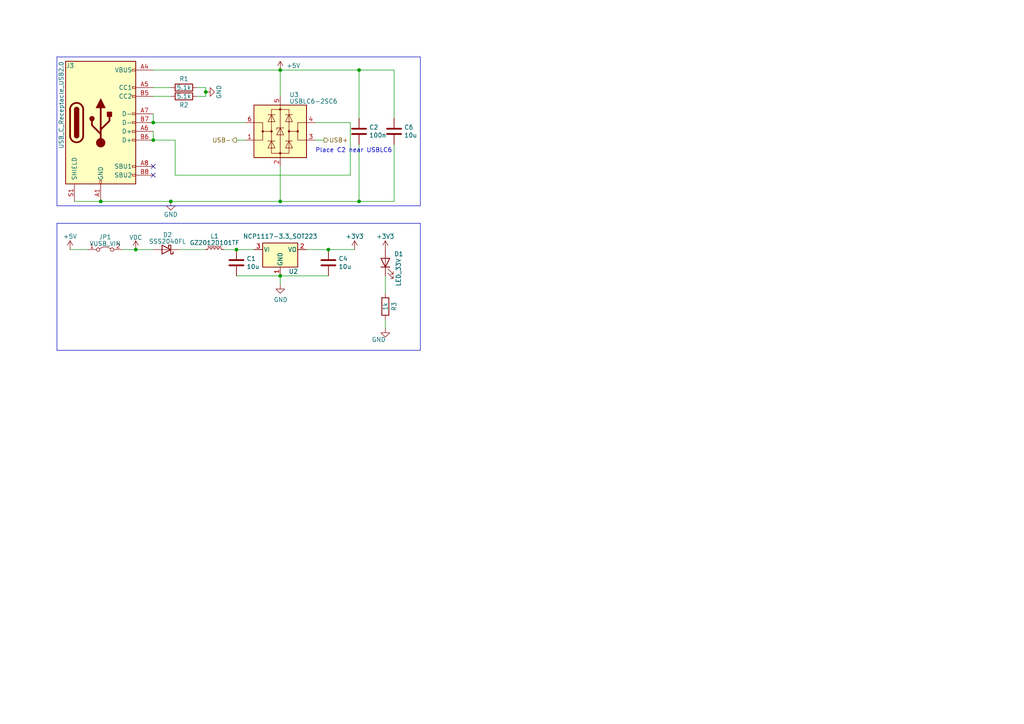
<source format=kicad_sch>
(kicad_sch (version 20230121) (generator eeschema)
  (paper "A4")
  (lib_symbols
    (symbol "Device:C" (pin_numbers hide) (pin_names (offset 0.254))
      (property "Reference" "C" (at 0.635 2.54 0))
      (property "Value" "C" (at 0.635 -2.54 0))
      (symbol "C_0_1"
        (polyline (pts (xy -2.032 -0.762) (xy 2.032 -0.762)) (stroke (width 0.508)))
        (polyline (pts (xy -2.032 0.762) (xy 2.032 0.762)) (stroke (width 0.508)))
      )
      (symbol "C_1_1"
        (pin passive line (at 0 3.81 270) (length 2.794) (name "~") (number "1"))
        (pin passive line (at 0 -3.81 90) (length 2.794) (name "~") (number "2"))
      )
    )
    (symbol "Device:D_Schottky" (pin_numbers hide) (pin_names (offset 1.016) hide)
      (property "Reference" "D" (at 0 2.54 0))
      (property "Value" "D_Schottky" (at 0 -2.54 0))
      (symbol "D_Schottky_0_1"
        (polyline (pts (xy 1.27 0) (xy -1.27 0)))
        (polyline (pts (xy 1.27 1.27) (xy 1.27 -1.27) (xy -1.27 0) (xy 1.27 1.27)) (stroke (width 0.254)))
        (polyline (pts (xy -1.905 0.635) (xy -1.905 1.27) (xy -1.27 1.27) (xy -1.27 -1.27) (xy -0.635 -1.27) (xy -0.635 -0.635)) (stroke (width 0.254)))
      )
      (symbol "D_Schottky_1_1"
        (pin passive line (at -3.81 0 0) (length 2.54) (name "K") (number "1"))
        (pin passive line (at 3.81 0 180) (length 2.54) (name "A") (number "2"))
      )
    )
    (symbol "Device:LED" (pin_numbers hide) (pin_names (offset 1.016) hide)
      (property "Reference" "D" (at 0 2.54 0))
      (property "Value" "LED" (at 0 -2.54 0))
      (symbol "LED_0_1"
        (polyline (pts (xy -1.27 -1.27) (xy -1.27 1.27)) (stroke (width 0.254)))
        (polyline (pts (xy -1.27 0) (xy 1.27 0)))
        (polyline (pts (xy 1.27 -1.27) (xy 1.27 1.27) (xy -1.27 0) (xy 1.27 -1.27)) (stroke (width 0.254)))
        (polyline (pts (xy -3.048 -0.762) (xy -4.572 -2.286) (xy -3.81 -2.286) (xy -4.572 -2.286) (xy -4.572 -1.524)))
        (polyline (pts (xy -1.778 -0.762) (xy -3.302 -2.286) (xy -2.54 -2.286) (xy -3.302 -2.286) (xy -3.302 -1.524)))
      )
      (symbol "LED_1_1"
        (pin passive line (at -3.81 0 0) (length 2.54) (name "K") (number "1"))
        (pin passive line (at 3.81 0 180) (length 2.54) (name "A") (number "2"))
      )
    )
    (symbol "Device:L_Ferrite_Small" (pin_numbers hide) (pin_names (offset 0.254) hide)
      (property "Reference" "L" (at 1.27 1.016 0))
      (property "Value" "L_Ferrite_Small" (at 1.27 -1.27 0))
      (symbol "L_Ferrite_Small_0_1"
        (arc (start 0 -2.032) (mid 0.5058 -1.524) (end 0 -1.016))
        (arc (start 0 -1.016) (mid 0.5058 -0.508) (end 0 0))
        (polyline (pts (xy 0.762 -1.905) (xy 0.762 -1.651)))
        (polyline (pts (xy 0.762 -1.397) (xy 0.762 -1.143)))
        (polyline (pts (xy 0.762 -0.889) (xy 0.762 -0.635)))
        (polyline (pts (xy 0.762 -0.381) (xy 0.762 -0.127)))
        (polyline (pts (xy 0.762 0.127) (xy 0.762 0.381)))
        (polyline (pts (xy 0.762 0.635) (xy 0.762 0.889)))
        (polyline (pts (xy 0.762 1.143) (xy 0.762 1.397)))
        (polyline (pts (xy 0.762 1.651) (xy 0.762 1.905)))
        (polyline (pts (xy 1.016 -1.651) (xy 1.016 -1.905)))
        (polyline (pts (xy 1.016 -1.143) (xy 1.016 -1.397)))
        (polyline (pts (xy 1.016 -0.635) (xy 1.016 -0.889)))
        (polyline (pts (xy 1.016 -0.127) (xy 1.016 -0.381)))
        (polyline (pts (xy 1.016 0.381) (xy 1.016 0.127)))
        (polyline (pts (xy 1.016 0.889) (xy 1.016 0.635)))
        (polyline (pts (xy 1.016 1.397) (xy 1.016 1.143)))
        (polyline (pts (xy 1.016 1.905) (xy 1.016 1.651)))
        (arc (start 0 0) (mid 0.5058 0.508) (end 0 1.016))
        (arc (start 0 1.016) (mid 0.5058 1.524) (end 0 2.032))
      )
      (symbol "L_Ferrite_Small_1_1"
        (pin passive line (at 0 2.54 270) (length 0.508) (name "~") (number "1"))
        (pin passive line (at 0 -2.54 90) (length 0.508) (name "~") (number "2"))
      )
    )
    (symbol "Device:R" (pin_numbers hide) (pin_names (offset 0))
      (property "Reference" "R" (at 2.032 0 90))
      (property "Value" "R" (at 0 0 90))
      (symbol "R_0_1"
        (rectangle (start -1.016 -2.54) (end 1.016 2.54) (stroke (width 0.254)))
      )
      (symbol "R_1_1"
        (pin passive line (at 0 3.81 270) (length 1.27) (name "~") (number "1"))
        (pin passive line (at 0 -3.81 90) (length 1.27) (name "~") (number "2"))
      )
    )
    (symbol "IO_Board_V1-rescue:USB_C_Receptacle_USB2.0-Connector" (pin_names (offset 1.016))
      (property "Reference" "J" (at -10.16 19.05 0))
      (property "Value" "USB_C_Receptacle_USB2.0-Connector" (at 19.05 19.05 0))
      (symbol "USB_C_Receptacle_USB2.0-Connector_0_0"
        (rectangle (start -0.254 -17.78) (end 0.254 -16.764))
        (rectangle (start 10.16 -14.986) (end 9.144 -15.494))
        (rectangle (start 10.16 -12.446) (end 9.144 -12.954))
        (rectangle (start 10.16 -4.826) (end 9.144 -5.334))
        (rectangle (start 10.16 -2.286) (end 9.144 -2.794))
        (rectangle (start 10.16 0.254) (end 9.144 -0.254))
        (rectangle (start 10.16 2.794) (end 9.144 2.286))
        (rectangle (start 10.16 7.874) (end 9.144 7.366))
        (rectangle (start 10.16 10.414) (end 9.144 9.906))
        (rectangle (start 10.16 15.494) (end 9.144 14.986))
      )
      (symbol "USB_C_Receptacle_USB2.0-Connector_0_1"
        (rectangle (start -10.16 17.78) (end 10.16 -17.78) (stroke (width 0.254)) (fill (type background)))
        (arc (start -8.89 -3.81) (mid -6.985 -5.7067) (end -5.08 -3.81) (stroke (width 0.508)))
        (arc (start -7.62 -3.81) (mid -6.985 -4.4423) (end -6.35 -3.81) (stroke (width 0.254)))
        (arc (start -7.62 -3.81) (mid -6.985 -4.4423) (end -6.35 -3.81) (stroke (width 0.254)) (fill (type outline)))
        (rectangle (start -7.62 -3.81) (end -6.35 3.81) (stroke (width 0.254)) (fill (type outline)))
        (arc (start -6.35 3.81) (mid -6.985 4.4423) (end -7.62 3.81) (stroke (width 0.254)))
        (arc (start -6.35 3.81) (mid -6.985 4.4423) (end -7.62 3.81) (stroke (width 0.254)) (fill (type outline)))
        (arc (start -5.08 3.81) (mid -6.985 5.7067) (end -8.89 3.81) (stroke (width 0.508)))
        (circle (center -2.54 1.143) (radius 0.635) (stroke (width 0.254)) (fill (type outline)))
        (circle (center 0 -5.842) (radius 1.27) (fill (type outline)))
        (polyline (pts (xy -8.89 -3.81) (xy -8.89 3.81)) (stroke (width 0.508)))
        (polyline (pts (xy -5.08 3.81) (xy -5.08 -3.81)) (stroke (width 0.508)))
        (polyline (pts (xy 0 -5.842) (xy 0 4.318)) (stroke (width 0.508)))
        (polyline (pts (xy 0 -3.302) (xy -2.54 -0.762) (xy -2.54 0.508)) (stroke (width 0.508)))
        (polyline (pts (xy 0 -2.032) (xy 2.54 0.508) (xy 2.54 1.778)) (stroke (width 0.508)))
        (polyline (pts (xy -1.27 4.318) (xy 0 6.858) (xy 1.27 4.318) (xy -1.27 4.318)) (stroke (width 0.254)) (fill (type outline)))
        (rectangle (start 1.905 1.778) (end 3.175 3.048) (stroke (width 0.254)) (fill (type outline)))
      )
      (symbol "USB_C_Receptacle_USB2.0-Connector_1_1"
        (pin passive line (at 0 -22.86 90) (length 5.08) (name "GND") (number "A1"))
        (pin passive line (at 0 -22.86 90) (length 5.08) hide (name "GND") (number "A12"))
        (pin passive line (at 15.24 15.24 180) (length 5.08) (name "VBUS") (number "A4"))
        (pin bidirectional line (at 15.24 10.16 180) (length 5.08) (name "CC1") (number "A5"))
        (pin bidirectional line (at 15.24 -2.54 180) (length 5.08) (name "D+") (number "A6"))
        (pin bidirectional line (at 15.24 2.54 180) (length 5.08) (name "D-") (number "A7"))
        (pin bidirectional line (at 15.24 -12.7 180) (length 5.08) (name "SBU1") (number "A8"))
        (pin passive line (at 15.24 15.24 180) (length 5.08) hide (name "VBUS") (number "A9"))
        (pin passive line (at 0 -22.86 90) (length 5.08) hide (name "GND") (number "B1"))
        (pin passive line (at 0 -22.86 90) (length 5.08) hide (name "GND") (number "B12"))
        (pin passive line (at 15.24 15.24 180) (length 5.08) hide (name "VBUS") (number "B4"))
        (pin bidirectional line (at 15.24 7.62 180) (length 5.08) (name "CC2") (number "B5"))
        (pin bidirectional line (at 15.24 -5.08 180) (length 5.08) (name "D+") (number "B6"))
        (pin bidirectional line (at 15.24 0 180) (length 5.08) (name "D-") (number "B7"))
        (pin bidirectional line (at 15.24 -15.24 180) (length 5.08) (name "SBU2") (number "B8"))
        (pin passive line (at 15.24 15.24 180) (length 5.08) hide (name "VBUS") (number "B9"))
        (pin passive line (at -7.62 -22.86 90) (length 5.08) (name "SHIELD") (number "S1"))
      )
    )
    (symbol "Jumper:Jumper_2_Bridged" (pin_names (offset 0) hide)
      (property "Reference" "JP" (at 0 1.905 0))
      (property "Value" "Jumper_2_Bridged" (at 0 -2.54 0))
      (symbol "Jumper_2_Bridged_0_0"
        (circle (center -2.032 0) (radius 0.508))
        (circle (center 2.032 0) (radius 0.508))
      )
      (symbol "Jumper_2_Bridged_0_1"
        (arc (start 1.524 0.254) (mid 0 0.762) (end -1.524 0.254))
      )
      (symbol "Jumper_2_Bridged_1_1"
        (pin passive line (at -5.08 0 0) (length 2.54) (name "A") (number "1"))
        (pin passive line (at 5.08 0 180) (length 2.54) (name "B") (number "2"))
      )
    )
    (symbol "Power_Protection:USBLC6-2SC6" (pin_names hide)
      (property "Reference" "U" (at 2.54 8.89 0))
      (property "Value" "USBLC6-2SC6" (at 2.54 -8.89 0))
      (symbol "USBLC6-2SC6_0_1"
        (rectangle (start -7.62 -7.62) (end 7.62 7.62) (stroke (width 0.254)) (fill (type background)))
        (circle (center -5.08 0) (radius 0.254) (fill (type outline)))
        (circle (center -2.54 0) (radius 0.254) (fill (type outline)))
        (rectangle (start -2.54 6.35) (end 2.54 -6.35))
        (circle (center 0 -6.35) (radius 0.254) (fill (type outline)))
        (polyline (pts (xy -5.08 -2.54) (xy -7.62 -2.54)))
        (polyline (pts (xy -5.08 0) (xy -5.08 -2.54)))
        (polyline (pts (xy -5.08 2.54) (xy -7.62 2.54)))
        (polyline (pts (xy -1.524 -2.794) (xy -3.556 -2.794)))
        (polyline (pts (xy -1.524 4.826) (xy -3.556 4.826)))
        (polyline (pts (xy 0 -7.62) (xy 0 -6.35)))
        (polyline (pts (xy 0 -6.35) (xy 0 1.27)))
        (polyline (pts (xy 0 1.27) (xy 0 6.35)))
        (polyline (pts (xy 0 6.35) (xy 0 7.62)))
        (polyline (pts (xy 1.524 -2.794) (xy 3.556 -2.794)))
        (polyline (pts (xy 1.524 4.826) (xy 3.556 4.826)))
        (polyline (pts (xy 5.08 -2.54) (xy 7.62 -2.54)))
        (polyline (pts (xy 5.08 0) (xy 5.08 -2.54)))
        (polyline (pts (xy 5.08 2.54) (xy 7.62 2.54)))
        (polyline (pts (xy -2.54 0) (xy -5.08 0) (xy -5.08 2.54)))
        (polyline (pts (xy 2.54 0) (xy 5.08 0) (xy 5.08 2.54)))
        (polyline (pts (xy -3.556 -4.826) (xy -1.524 -4.826) (xy -2.54 -2.794) (xy -3.556 -4.826)))
        (polyline (pts (xy -3.556 2.794) (xy -1.524 2.794) (xy -2.54 4.826) (xy -3.556 2.794)))
        (polyline (pts (xy -1.016 -1.016) (xy 1.016 -1.016) (xy 0 1.016) (xy -1.016 -1.016)))
        (polyline (pts (xy 1.016 1.016) (xy 0.762 1.016) (xy -1.016 1.016) (xy -1.016 0.508)))
        (polyline (pts (xy 3.556 -4.826) (xy 1.524 -4.826) (xy 2.54 -2.794) (xy 3.556 -4.826)))
        (polyline (pts (xy 3.556 2.794) (xy 1.524 2.794) (xy 2.54 4.826) (xy 3.556 2.794)))
        (circle (center 0 6.35) (radius 0.254) (fill (type outline)))
        (circle (center 2.54 0) (radius 0.254) (fill (type outline)))
        (circle (center 5.08 0) (radius 0.254) (fill (type outline)))
      )
      (symbol "USBLC6-2SC6_1_1"
        (pin passive line (at -10.16 -2.54 0) (length 2.54) (name "I/O1") (number "1"))
        (pin passive line (at 0 -10.16 90) (length 2.54) (name "GND") (number "2"))
        (pin passive line (at 10.16 -2.54 180) (length 2.54) (name "I/O2") (number "3"))
        (pin passive line (at 10.16 2.54 180) (length 2.54) (name "I/O2") (number "4"))
        (pin passive line (at 0 10.16 270) (length 2.54) (name "VBUS") (number "5"))
        (pin passive line (at -10.16 2.54 0) (length 2.54) (name "I/O1") (number "6"))
      )
    )
    (symbol "Regulator_Linear:NCP1117-3.3_SOT223" (pin_names (offset 0.254))
      (property "Reference" "U" (at -3.81 3.175 0))
      (property "Value" "NCP1117-3.3_SOT223" (at 0 3.175 0))
      (symbol "NCP1117-3.3_SOT223_0_1"
        (rectangle (start -5.08 -5.08) (end 5.08 1.905) (stroke (width 0.254)) (fill (type background)))
      )
      (symbol "NCP1117-3.3_SOT223_1_1"
        (pin power_in line (at 0 -7.62 90) (length 2.54) (name "GND") (number "1"))
        (pin power_out line (at 7.62 0 180) (length 2.54) (name "VO") (number "2"))
        (pin power_in line (at -7.62 0 0) (length 2.54) (name "VI") (number "3"))
      )
    )
    (symbol "power:+3.3V" (power) (pin_names (offset 0))
      (property "Value" "+3.3V" (at 0 3.556 0))
      (symbol "+3.3V_0_1"
        (polyline (pts (xy -0.762 1.27) (xy 0 2.54)))
        (polyline (pts (xy 0 0) (xy 0 2.54)))
        (polyline (pts (xy 0 2.54) (xy 0.762 1.27)))
      )
      (symbol "+3.3V_1_1"
        (pin power_in line (at 0 0 90) (length 0) hide (name "+3V3") (number "1"))
      )
    )
    (symbol "power:+5V" (power) (pin_names (offset 0))
      (property "Value" "+5V" (at 0 3.556 0))
      (symbol "+5V_0_1"
        (polyline (pts (xy -0.762 1.27) (xy 0 2.54)))
        (polyline (pts (xy 0 0) (xy 0 2.54)))
        (polyline (pts (xy 0 2.54) (xy 0.762 1.27)))
      )
      (symbol "+5V_1_1"
        (pin power_in line (at 0 0 90) (length 0) hide (name "+5V") (number "1"))
      )
    )
    (symbol "power:GND" (power) (pin_names (offset 0))
      (property "Value" "GND" (at 0 -3.81 0))
      (symbol "GND_0_1"
        (polyline (pts (xy 0 0) (xy 0 -1.27) (xy 1.27 -1.27) (xy 0 -2.54) (xy -1.27 -1.27) (xy 0 -1.27)))
      )
      (symbol "GND_1_1"
        (pin power_in line (at 0 0 270) (length 0) hide (name "GND") (number "1"))
      )
    )
    (symbol "power:VDC" (power) (pin_names (offset 0))
      (property "Value" "VDC" (at 0 6.35 0))
      (symbol "VDC_0_1"
        (polyline (pts (xy -0.762 1.27) (xy 0 2.54)))
        (polyline (pts (xy 0 0) (xy 0 2.54)))
        (polyline (pts (xy 0 2.54) (xy 0.762 1.27)))
      )
      (symbol "VDC_1_1"
        (pin power_in line (at 0 0 90) (length 0) hide (name "VDC") (number "1"))
      )
    )
  )
  (junction (at 104.14 20.32))
  (junction (at 95.25 72.39))
  (junction (at 81.28 58.42))
  (junction (at 104.14 58.42))
  (junction (at 44.45 35.56))
  (junction (at 81.28 20.32))
  (junction (at 68.58 72.39))
  (junction (at 29.21 58.42))
  (junction (at 44.45 40.64))
  (junction (at 49.53 58.42))
  (junction (at 39.37 72.39))
  (junction (at 81.28 80.01))
  (junction (at 59.69 26.67))
  (no_connect (at 44.45 48.26))
  (no_connect (at 44.45 50.8))
  (wire (pts (xy 104.14 20.32) (xy 114.3 20.32)))
  (wire (pts (xy 35.56 72.39) (xy 39.37 72.39)))
  (wire (pts (xy 50.8 50.8) (xy 101.6 50.8)))
  (wire (pts (xy 81.28 58.42) (xy 104.14 58.42)))
  (wire (pts (xy 59.69 26.67) (xy 59.69 27.94)))
  (wire (pts (xy 44.45 35.56) (xy 71.12 35.56)))
  (wire (pts (xy 95.25 72.39) (xy 102.87 72.39)))
  (polyline (pts (xy 121.92 16.51) (xy 121.92 59.69)))
  (wire (pts (xy 50.8 40.64) (xy 44.45 40.64)))
  (wire (pts (xy 101.6 35.56) (xy 101.6 50.8)))
  (wire (pts (xy 81.28 80.01) (xy 81.28 82.55)))
  (wire (pts (xy 57.15 27.94) (xy 59.69 27.94)))
  (polyline (pts (xy 16.51 64.77) (xy 121.92 64.77)))
  (wire (pts (xy 81.28 20.32) (xy 104.14 20.32)))
  (wire (pts (xy 52.07 72.39) (xy 59.69 72.39)))
  (wire (pts (xy 50.8 50.8) (xy 50.8 40.64)))
  (wire (pts (xy 88.9 72.39) (xy 95.25 72.39)))
  (wire (pts (xy 93.98 40.64) (xy 91.44 40.64)))
  (wire (pts (xy 21.59 58.42) (xy 29.21 58.42)))
  (wire (pts (xy 95.25 80.01) (xy 81.28 80.01)))
  (wire (pts (xy 68.58 40.64) (xy 71.12 40.64)))
  (polyline (pts (xy 121.92 101.6) (xy 16.51 101.6)))
  (wire (pts (xy 59.69 25.4) (xy 59.69 26.67)))
  (wire (pts (xy 111.76 92.71) (xy 111.76 95.25)))
  (wire (pts (xy 49.53 58.42) (xy 81.28 58.42)))
  (wire (pts (xy 81.28 20.32) (xy 81.28 27.94)))
  (wire (pts (xy 81.28 80.01) (xy 68.58 80.01)))
  (wire (pts (xy 44.45 35.56) (xy 44.45 33.02)))
  (wire (pts (xy 104.14 34.29) (xy 104.14 20.32)))
  (wire (pts (xy 104.14 41.91) (xy 104.14 58.42)))
  (wire (pts (xy 39.37 72.39) (xy 44.45 72.39)))
  (polyline (pts (xy 121.92 59.69) (xy 16.51 59.69)))
  (wire (pts (xy 91.44 35.56) (xy 101.6 35.56)))
  (wire (pts (xy 20.32 72.39) (xy 25.4 72.39)))
  (wire (pts (xy 104.14 58.42) (xy 114.3 58.42)))
  (polyline (pts (xy 16.51 16.51) (xy 16.51 59.69)))
  (wire (pts (xy 114.3 58.42) (xy 114.3 41.91)))
  (polyline (pts (xy 121.92 64.77) (xy 121.92 101.6)))
  (wire (pts (xy 44.45 25.4) (xy 49.53 25.4)))
  (wire (pts (xy 111.76 80.01) (xy 111.76 85.09)))
  (wire (pts (xy 81.28 48.26) (xy 81.28 58.42)))
  (wire (pts (xy 64.77 72.39) (xy 68.58 72.39)))
  (wire (pts (xy 44.45 38.1) (xy 44.45 40.64)))
  (wire (pts (xy 68.58 72.39) (xy 73.66 72.39)))
  (polyline (pts (xy 16.51 16.51) (xy 121.92 16.51)))
  (wire (pts (xy 44.45 27.94) (xy 49.53 27.94)))
  (polyline (pts (xy 16.51 64.77) (xy 16.51 101.6)))
  (wire (pts (xy 29.21 58.42) (xy 49.53 58.42)))
  (wire (pts (xy 57.15 25.4) (xy 59.69 25.4)))
  (wire (pts (xy 44.45 20.32) (xy 81.28 20.32)))
  (wire (pts (xy 114.3 20.32) (xy 114.3 34.29)))
  (text "Place C2 near USBLC6" (at 91.44 44.45 0) (effects (font (size 1.27 1.27)) (justify left bottom)))
  (hierarchical_label "USB-" (shape output) (at 68.58 40.64 180))
  (hierarchical_label "USB+" (shape output) (at 93.98 40.64 0))
  (symbol (lib_id "Device:LED") (at 111.76 76.2 90) (unit 1)
    (property "Reference" "D1" (at 114.3 73.66 90) (effects (justify right)))
    (property "Value" "LED_33V" (at 115.57 74.93 0) (effects (justify right)))
    (property "Footprint" "LED_SMD:LED_0603_1608Metric" (effects hide))
    (instances (project "Roboty_rev1" (path "" (reference "D1") (unit 1))) (project "PCB_Lidar" (path "" (reference "D2") (unit 1))))
  )
  (symbol (lib_id "Device:R") (at 53.34 25.4 90) (unit 1)
    (property "Reference" "R1" (at 53.34 22.86 90))
    (property "Value" "5.1k" (at 53.34 25.4 90))
    (property "Footprint" "Resistor_SMD:R_0603_1608Metric" (effects hide))
  )
  (symbol (lib_id "Power_Protection:USBLC6-2SC6") (at 81.28 38.1 0) (unit 1)
    (property "Reference" "U3" (at 83.9217 27.4701 0) (effects (justify left)))
    (property "Value" "USBLC6-2SC6" (at 83.9217 29.3911 0) (effects (justify left)))
    (property "Footprint" "Package_TO_SOT_SMD:SOT-23-6" (effects hide))
    (property "Datasheet" "https://www.st.com/resource/en/datasheet/usblc6-2.pdf" (effects hide))
  )
  (symbol (lib_id "power:+5V") (at 81.28 20.32 0) (unit 1)
    (property "Reference" "#PWR09" (effects hide))
    (property "Value" "+5V" (at 85.09 19.05 0))
    (instances (project "Roboty_rev1" (path "" (reference "#PWR09") (unit 1))) (project "PCB_Lidar" (path "" (reference "#PWR018") (unit 1))))
  )
  (symbol (lib_id "Device:C") (at 95.25 76.2 0) (unit 1)
    (property "Reference" "C4" (at 98.171 75.0316 0) (effects (justify left)))
    (property "Value" "10u" (at 98.171 77.343 0) (effects (justify left)))
    (property "Footprint" "Capacitor_SMD:C_0603_1608Metric" (effects hide))
  )
  (symbol (lib_id "power:GND") (at 111.76 95.25 0) (unit 1)
    (property "Reference" "#PWR08" (effects hide))
    (property "Value" "GND" (at 111.887 98.5012 0) (effects (justify right)))
    (instances (project "Roboty_rev1" (path "" (reference "#PWR08") (unit 1))) (project "PCB_Lidar" (path "" (reference "#PWR014") (unit 1))))
  )
  (symbol (lib_id "power:+5V") (at 20.32 72.39 0) (unit 1)
    (property "Reference" "#PWR01" (effects hide))
    (property "Value" "+5V" (at 20.32 68.58 0))
  )
  (symbol (lib_id "Jumper:Jumper_2_Bridged") (at 30.48 72.39 0) (unit 1)
    (property "Reference" "JP1" (at 30.48 68.7451 0))
    (property "Value" "VUSB_VIN" (at 30.48 70.6661 0))
    (property "Footprint" "Jumper:SolderJumper-2_P1.3mm_Bridged_RoundedPad1.0x1.5mm" (effects hide))
  )
  (symbol (lib_id "Device:C") (at 114.3 38.1 0) (unit 1)
    (property "Reference" "C6" (at 117.221 36.9316 0) (effects (justify left)))
    (property "Value" "10u" (at 117.221 39.243 0) (effects (justify left)))
    (property "Footprint" "Capacitor_SMD:C_0603_1608Metric" (effects hide))
  )
  (symbol (lib_id "power:GND") (at 81.28 82.55 0) (unit 1)
    (property "Reference" "#PWR04" (effects hide))
    (property "Value" "GND" (at 81.407 86.9442 0))
    (instances (project "Roboty_rev1" (path "" (reference "#PWR04") (unit 1))) (project "PCB_Lidar" (path "" (reference "#PWR06") (unit 1))))
  )
  (symbol (lib_id "power:+3.3V") (at 111.76 72.39 0) (unit 1)
    (property "Reference" "#PWR07" (effects hide))
    (property "Value" "+3.3V" (at 111.76 68.58 0))
    (instances (project "Roboty_rev1" (path "" (reference "#PWR07") (unit 1))) (project "PCB_Lidar" (path "" (reference "#PWR013") (unit 1))))
  )
  (symbol (lib_id "power:GND") (at 59.69 26.67 90) (unit 1)
    (property "Reference" "#PWR02" (effects hide))
    (property "Value" "GND" (at 63.5 26.67 0))
    (instances (project "Roboty_rev1" (path "" (reference "#PWR02") (unit 1))) (project "PCB_Lidar" (path "" (reference "#PWR09") (unit 1))))
  )
  (symbol (lib_id "power:+3.3V") (at 102.87 72.39 0) (unit 1)
    (property "Reference" "#PWR06" (effects hide))
    (property "Value" "+3.3V" (at 102.87 68.58 0))
    (instances (project "Roboty_rev1" (path "" (reference "#PWR06") (unit 1))) (project "PCB_Lidar" (path "" (reference "#PWR012") (unit 1))))
  )
  (symbol (lib_id "Device:L_Ferrite_Small") (at 62.23 72.39 90) (unit 1)
    (property "Reference" "L1" (at 62.23 68.4911 90))
    (property "Value" "GZ2012D101TF" (at 62.23 70.4121 90))
    (property "Footprint" "Inductor_SMD:L_0805_2012Metric" (effects hide))
  )
  (symbol (lib_id "Device:C") (at 68.58 76.2 0) (unit 1)
    (property "Reference" "C1" (at 71.501 75.0316 0) (effects (justify left)))
    (property "Value" "10u" (at 71.501 77.343 0) (effects (justify left)))
    (property "Footprint" "Capacitor_SMD:C_0603_1608Metric" (effects hide))
  )
  (symbol (lib_id "IO_Board_V1-rescue:USB_C_Receptacle_USB2.0-Connector") (at 29.21 35.56 0) (unit 1)
    (property "Reference" "J3" (at 20.32 19.05 0))
    (property "Value" "USB_C_Receptacle_USB2.0" (at 17.78 30.48 90))
    (property "Footprint" "Connector_USB:USB_C_Receptacle_GCT_USB4105-xx-A_16P_TopMnt_Horizontal" (effects hide))
    (property "Datasheet" "https://www.usb.org/sites/default/files/documents/usb_type-c.zip" (effects hide))
  )
  (symbol (lib_id "Device:R") (at 53.34 27.94 90) (unit 1)
    (property "Reference" "R2" (at 53.34 30.48 90))
    (property "Value" "5.1k" (at 53.34 27.94 90))
    (property "Footprint" "Resistor_SMD:R_0603_1608Metric" (effects hide))
  )
  (symbol (lib_id "power:GND") (at 49.53 58.42 0) (unit 1)
    (property "Reference" "#PWR05" (effects hide))
    (property "Value" "GND" (at 49.53 62.23 0))
    (instances (project "Roboty_rev1" (path "" (reference "#PWR05") (unit 1))) (project "PCB_Lidar" (path "" (reference "#PWR09") (unit 1))))
  )
  (symbol (lib_id "Regulator_Linear:NCP1117-3.3_SOT223") (at 81.28 72.39 0) (unit 1)
    (property "Reference" "U2" (at 85.09 78.74 0))
    (property "Value" "NCP1117-3.3_SOT223" (at 81.28 68.5546 0))
    (property "Footprint" "Package_TO_SOT_SMD:SOT-223-3_TabPin2" (effects hide))
    (property "Datasheet" "http://www.onsemi.com/pub_link/Collateral/NCP1117-D.PDF" (effects hide))
  )
  (symbol (lib_id "Device:R") (at 111.76 88.9 180) (unit 1)
    (property "Reference" "R3" (at 114.3 88.9 90))
    (property "Value" "1k" (at 111.76 88.9 90))
    (property "Footprint" "Resistor_SMD:R_0603_1608Metric" (effects hide))
    (instances (project "Roboty_rev1" (path "" (reference "R3") (unit 1))) (project "PCB_Lidar" (path "" (reference "R6") (unit 1))))
  )
  (symbol (lib_id "Device:D_Schottky") (at 48.26 72.39 180) (unit 1)
    (property "Reference" "D2" (at 48.5775 68.1101 0))
    (property "Value" "SSS2040FL" (at 48.5775 70.0311 0))
    (property "Footprint" "Diode_SMD:D_SOD-123" (effects hide))
  )
  (symbol (lib_id "Device:C") (at 104.14 38.1 0) (unit 1)
    (property "Reference" "C2" (at 107.061 36.9316 0) (effects (justify left)))
    (property "Value" "100n" (at 107.061 39.243 0) (effects (justify left)))
    (property "Footprint" "Capacitor_SMD:C_0603_1608Metric" (effects hide))
    (instances (project "Roboty_rev1" (path "" (reference "C2") (unit 1))) (project "PCB_Lidar" (path "" (reference "C6") (unit 1))))
  )
  (symbol (lib_id "power:VDC") (at 39.37 72.39 0) (unit 1)
    (property "Reference" "#PWR030" (effects hide))
    (property "Value" "VDC" (at 39.37 68.8881 0))
  )
)
</source>
